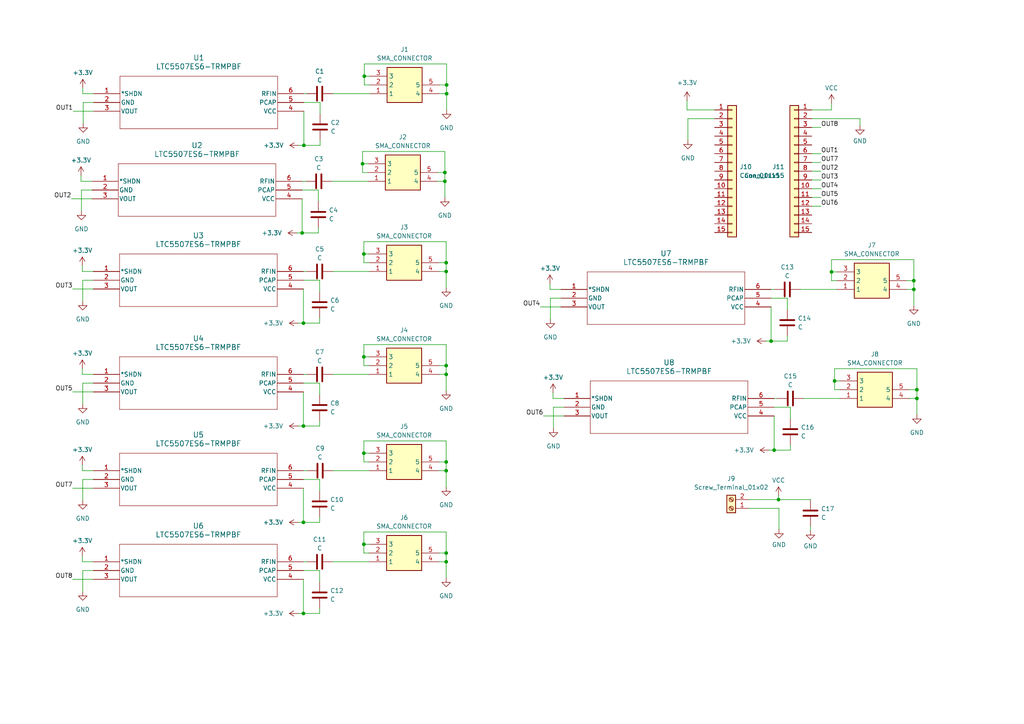
<source format=kicad_sch>
(kicad_sch (version 20230121) (generator eeschema)
  (paper "A4")
  (lib_symbols
    (symbol "BU-SMA-G:SMA_CONNECTOR"
      (property "Reference" "J" (at 16.51 7.62 0))
      (property "Value" "SMA_CONNECTOR" (at 16.51 5.08 0))
      (symbol "SMA_CONNECTOR_1_1"
        (rectangle (start 5.08 2.54) (end 15.24 -7.62) (stroke (width 0.254)) (fill (type background)))
        (pin passive line (at 0 0 0) (length 5.08) (name "1") (number "1"))
        (pin passive line (at 0 -2.54 0) (length 5.08) (name "2") (number "2"))
        (pin passive line (at 0 -5.08 0) (length 5.08) (name "3") (number "3"))
        (pin passive line (at 20.32 0 180) (length 5.08) (name "4") (number "4"))
        (pin passive line (at 20.32 -2.54 180) (length 5.08) (name "5") (number "5"))
      )
    )
    (symbol "Connector:Screw_Terminal_01x02" (pin_names (offset 1.016) hide)
      (property "Reference" "J" (at 0 2.54 0))
      (property "Value" "Screw_Terminal_01x02" (at 0 -5.08 0))
      (symbol "Screw_Terminal_01x02_1_1"
        (rectangle (start -1.27 1.27) (end 1.27 -3.81) (stroke (width 0.254)) (fill (type background)))
        (circle (center 0 -2.54) (radius 0.635) (stroke (width 0.1524)))
        (polyline (pts (xy -0.5334 -2.2098) (xy 0.3302 -3.048)) (stroke (width 0.1524)))
        (polyline (pts (xy -0.5334 0.3302) (xy 0.3302 -0.508)) (stroke (width 0.1524)))
        (polyline (pts (xy -0.3556 -2.032) (xy 0.508 -2.8702)) (stroke (width 0.1524)))
        (polyline (pts (xy -0.3556 0.508) (xy 0.508 -0.3302)) (stroke (width 0.1524)))
        (circle (center 0 0) (radius 0.635) (stroke (width 0.1524)))
        (pin passive line (at -5.08 0 0) (length 3.81) (name "Pin_1") (number "1"))
        (pin passive line (at -5.08 -2.54 0) (length 3.81) (name "Pin_2") (number "2"))
      )
    )
    (symbol "Connector_Generic:Conn_01x15" (pin_names (offset 1.016) hide)
      (property "Reference" "J" (at 0 20.32 0))
      (property "Value" "Conn_01x15" (at 0 -20.32 0))
      (symbol "Conn_01x15_1_1"
        (rectangle (start -1.27 -17.653) (end 0 -17.907) (stroke (width 0.1524)))
        (rectangle (start -1.27 -15.113) (end 0 -15.367) (stroke (width 0.1524)))
        (rectangle (start -1.27 -12.573) (end 0 -12.827) (stroke (width 0.1524)))
        (rectangle (start -1.27 -10.033) (end 0 -10.287) (stroke (width 0.1524)))
        (rectangle (start -1.27 -7.493) (end 0 -7.747) (stroke (width 0.1524)))
        (rectangle (start -1.27 -4.953) (end 0 -5.207) (stroke (width 0.1524)))
        (rectangle (start -1.27 -2.413) (end 0 -2.667) (stroke (width 0.1524)))
        (rectangle (start -1.27 0.127) (end 0 -0.127) (stroke (width 0.1524)))
        (rectangle (start -1.27 2.667) (end 0 2.413) (stroke (width 0.1524)))
        (rectangle (start -1.27 5.207) (end 0 4.953) (stroke (width 0.1524)))
        (rectangle (start -1.27 7.747) (end 0 7.493) (stroke (width 0.1524)))
        (rectangle (start -1.27 10.287) (end 0 10.033) (stroke (width 0.1524)))
        (rectangle (start -1.27 12.827) (end 0 12.573) (stroke (width 0.1524)))
        (rectangle (start -1.27 15.367) (end 0 15.113) (stroke (width 0.1524)))
        (rectangle (start -1.27 17.907) (end 0 17.653) (stroke (width 0.1524)))
        (rectangle (start -1.27 19.05) (end 1.27 -19.05) (stroke (width 0.254)) (fill (type background)))
        (pin passive line (at -5.08 17.78 0) (length 3.81) (name "Pin_1") (number "1"))
        (pin passive line (at -5.08 -5.08 0) (length 3.81) (name "Pin_10") (number "10"))
        (pin passive line (at -5.08 -7.62 0) (length 3.81) (name "Pin_11") (number "11"))
        (pin passive line (at -5.08 -10.16 0) (length 3.81) (name "Pin_12") (number "12"))
        (pin passive line (at -5.08 -12.7 0) (length 3.81) (name "Pin_13") (number "13"))
        (pin passive line (at -5.08 -15.24 0) (length 3.81) (name "Pin_14") (number "14"))
        (pin passive line (at -5.08 -17.78 0) (length 3.81) (name "Pin_15") (number "15"))
        (pin passive line (at -5.08 15.24 0) (length 3.81) (name "Pin_2") (number "2"))
        (pin passive line (at -5.08 12.7 0) (length 3.81) (name "Pin_3") (number "3"))
        (pin passive line (at -5.08 10.16 0) (length 3.81) (name "Pin_4") (number "4"))
        (pin passive line (at -5.08 7.62 0) (length 3.81) (name "Pin_5") (number "5"))
        (pin passive line (at -5.08 5.08 0) (length 3.81) (name "Pin_6") (number "6"))
        (pin passive line (at -5.08 2.54 0) (length 3.81) (name "Pin_7") (number "7"))
        (pin passive line (at -5.08 0 0) (length 3.81) (name "Pin_8") (number "8"))
        (pin passive line (at -5.08 -2.54 0) (length 3.81) (name "Pin_9") (number "9"))
      )
    )
    (symbol "Device:C" (pin_numbers hide) (pin_names (offset 0.254))
      (property "Reference" "C" (at 0.635 2.54 0))
      (property "Value" "C" (at 0.635 -2.54 0))
      (symbol "C_0_1"
        (polyline (pts (xy -2.032 -0.762) (xy 2.032 -0.762)) (stroke (width 0.508)))
        (polyline (pts (xy -2.032 0.762) (xy 2.032 0.762)) (stroke (width 0.508)))
      )
      (symbol "C_1_1"
        (pin passive line (at 0 3.81 270) (length 2.794) (name "~") (number "1"))
        (pin passive line (at 0 -3.81 90) (length 2.794) (name "~") (number "2"))
      )
    )
    (symbol "LTC557ES6TRMPBF:LTC5507ES6-TRMPBF" (pin_names (offset 0.254))
      (property "Reference" "U" (at 30.48 10.16 0))
      (property "Value" "LTC5507ES6-TRMPBF" (at 30.48 7.62 0))
      (symbol "LTC5507ES6-TRMPBF_0_1"
        (polyline (pts (xy 7.62 -10.16) (xy 53.34 -10.16)) (stroke (width 0.127)))
        (polyline (pts (xy 7.62 5.08) (xy 7.62 -10.16)) (stroke (width 0.127)))
        (polyline (pts (xy 53.34 -10.16) (xy 53.34 5.08)) (stroke (width 0.127)))
        (polyline (pts (xy 53.34 5.08) (xy 7.62 5.08)) (stroke (width 0.127)))
        (pin unspecified line (at 0 0 0) (length 7.62) (name "*SHDN") (number "1"))
        (pin power_in line (at 0 -2.54 0) (length 7.62) (name "GND") (number "2"))
        (pin output line (at 0 -5.08 0) (length 7.62) (name "VOUT") (number "3"))
        (pin power_in line (at 60.96 -5.08 180) (length 7.62) (name "VCC") (number "4"))
        (pin unspecified line (at 60.96 -2.54 180) (length 7.62) (name "PCAP") (number "5"))
        (pin input line (at 60.96 0 180) (length 7.62) (name "RFIN") (number "6"))
      )
    )
    (symbol "power:+3.3V" (power) (pin_names (offset 0))
      (property "Value" "+3.3V" (at 0 3.556 0))
      (symbol "+3.3V_0_1"
        (polyline (pts (xy -0.762 1.27) (xy 0 2.54)))
        (polyline (pts (xy 0 0) (xy 0 2.54)))
        (polyline (pts (xy 0 2.54) (xy 0.762 1.27)))
      )
      (symbol "+3.3V_1_1"
        (pin power_in line (at 0 0 90) (length 0) hide (name "+3.3V") (number "1"))
      )
    )
    (symbol "power:GND" (power) (pin_names (offset 0))
      (property "Value" "GND" (at 0 -3.81 0))
      (symbol "GND_0_1"
        (polyline (pts (xy 0 0) (xy 0 -1.27) (xy 1.27 -1.27) (xy 0 -2.54) (xy -1.27 -1.27) (xy 0 -1.27)))
      )
      (symbol "GND_1_1"
        (pin power_in line (at 0 0 270) (length 0) hide (name "GND") (number "1"))
      )
    )
    (symbol "power:VCC" (power) (pin_names (offset 0))
      (property "Value" "VCC" (at 0 3.81 0))
      (symbol "VCC_0_1"
        (polyline (pts (xy -0.762 1.27) (xy 0 2.54)))
        (polyline (pts (xy 0 0) (xy 0 2.54)))
        (polyline (pts (xy 0 2.54) (xy 0.762 1.27)))
      )
      (symbol "VCC_1_1"
        (pin power_in line (at 0 0 90) (length 0) hide (name "VCC") (number "1"))
      )
    )
  )
  (junction (at 265.049 81.407))
  (junction (at 105.156 47.498))
  (junction (at 88.011 93.726))
  (junction (at 88.011 151.511))
  (junction (at 105.537 157.861))
  (junction (at 223.647 98.933))
  (junction (at 129.413 108.585))
  (junction (at 265.938 113.03))
  (junction (at 105.537 73.66))
  (junction (at 129.54 24.638))
  (junction (at 105.537 103.505))
  (junction (at 88.011 177.927))
  (junction (at 242.062 110.49))
  (junction (at 129.032 52.578))
  (junction (at 129.413 76.2))
  (junction (at 105.537 131.445))
  (junction (at 241.173 78.867))
  (junction (at 129.032 50.038))
  (junction (at 87.63 67.564))
  (junction (at 129.413 136.525))
  (junction (at 129.413 160.401))
  (junction (at 265.049 83.947))
  (junction (at 129.413 106.045))
  (junction (at 129.413 133.985))
  (junction (at 88.011 123.571))
  (junction (at 129.413 162.941))
  (junction (at 88.138 42.164))
  (junction (at 129.413 78.74))
  (junction (at 225.806 144.907))
  (junction (at 129.54 27.178))
  (junction (at 105.664 22.098))
  (junction (at 224.536 130.556))
  (junction (at 265.938 115.57))
  (wire (pts (xy 24.003 145.161) (xy 24.003 139.065)))
  (wire (pts (xy 207.264 31.877) (xy 199.263 31.877)))
  (wire (pts (xy 24.003 117.221) (xy 24.003 111.125)))
  (wire (pts (xy 92.71 165.481) (xy 88.011 165.481)))
  (wire (pts (xy 129.413 106.045) (xy 129.413 108.585)))
  (wire (pts (xy 235.458 49.657) (xy 238.125 49.657)))
  (wire (pts (xy 199.263 31.877) (xy 199.263 29.21)))
  (wire (pts (xy 92.71 111.125) (xy 88.011 111.125)))
  (wire (pts (xy 88.011 136.525) (xy 89.027 136.525)))
  (wire (pts (xy 105.537 133.985) (xy 107.061 133.985)))
  (wire (pts (xy 129.032 52.578) (xy 129.032 57.277)))
  (wire (pts (xy 105.537 154.305) (xy 129.413 154.305)))
  (wire (pts (xy 105.156 43.942) (xy 129.032 43.942)))
  (wire (pts (xy 129.413 70.104) (xy 129.413 76.2)))
  (wire (pts (xy 24.003 111.125) (xy 27.051 111.125)))
  (wire (pts (xy 232.156 83.947) (xy 242.697 83.947)))
  (wire (pts (xy 105.537 157.861) (xy 105.537 160.401)))
  (wire (pts (xy 27.051 136.525) (xy 23.876 136.525)))
  (wire (pts (xy 127.381 136.525) (xy 129.413 136.525)))
  (wire (pts (xy 241.173 31.877) (xy 241.173 29.972)))
  (wire (pts (xy 263.017 83.947) (xy 265.049 83.947)))
  (wire (pts (xy 23.622 61.214) (xy 23.622 55.118)))
  (wire (pts (xy 92.71 176.403) (xy 92.71 177.927)))
  (wire (pts (xy 106.68 47.498) (xy 105.156 47.498)))
  (wire (pts (xy 241.173 78.867) (xy 241.173 81.407)))
  (wire (pts (xy 92.837 40.64) (xy 92.837 42.164)))
  (wire (pts (xy 129.413 78.74) (xy 129.413 83.439)))
  (wire (pts (xy 105.664 18.542) (xy 129.54 18.542)))
  (wire (pts (xy 92.71 93.726) (xy 88.011 93.726)))
  (wire (pts (xy 107.061 157.861) (xy 105.537 157.861)))
  (wire (pts (xy 88.011 78.74) (xy 88.9 78.74)))
  (wire (pts (xy 235.458 31.877) (xy 241.173 31.877)))
  (wire (pts (xy 127.381 108.585) (xy 129.413 108.585)))
  (wire (pts (xy 129.413 162.941) (xy 129.413 167.64)))
  (wire (pts (xy 241.173 81.407) (xy 242.697 81.407)))
  (wire (pts (xy 92.71 81.28) (xy 88.011 81.28)))
  (wire (pts (xy 105.537 73.66) (xy 105.537 76.2)))
  (wire (pts (xy 92.837 42.164) (xy 88.138 42.164)))
  (wire (pts (xy 92.837 33.02) (xy 92.837 29.718)))
  (wire (pts (xy 23.876 78.74) (xy 23.876 77.089)))
  (wire (pts (xy 27.051 162.941) (xy 23.876 162.941)))
  (wire (pts (xy 86.487 177.927) (xy 88.011 177.927)))
  (wire (pts (xy 24.13 29.718) (xy 27.178 29.718)))
  (wire (pts (xy 87.63 52.578) (xy 88.646 52.578)))
  (wire (pts (xy 265.049 75.311) (xy 265.049 81.407)))
  (wire (pts (xy 228.346 89.789) (xy 228.346 86.487)))
  (wire (pts (xy 105.537 131.445) (xy 105.537 127.889)))
  (wire (pts (xy 242.062 113.03) (xy 243.586 113.03)))
  (wire (pts (xy 129.54 24.638) (xy 127.508 24.638)))
  (wire (pts (xy 88.011 151.511) (xy 88.011 141.605)))
  (wire (pts (xy 92.837 29.718) (xy 88.138 29.718)))
  (wire (pts (xy 24.13 35.814) (xy 24.13 29.718)))
  (wire (pts (xy 242.062 106.934) (xy 265.938 106.934)))
  (wire (pts (xy 96.52 108.585) (xy 107.061 108.585)))
  (wire (pts (xy 159.512 83.947) (xy 159.512 82.296)))
  (wire (pts (xy 88.011 123.571) (xy 88.011 113.665)))
  (wire (pts (xy 162.687 83.947) (xy 159.512 83.947)))
  (wire (pts (xy 241.173 75.311) (xy 265.049 75.311)))
  (wire (pts (xy 129.413 108.585) (xy 129.413 113.284)))
  (wire (pts (xy 92.71 151.511) (xy 88.011 151.511)))
  (wire (pts (xy 107.188 22.098) (xy 105.664 22.098)))
  (wire (pts (xy 92.71 84.582) (xy 92.71 81.28)))
  (wire (pts (xy 242.697 78.867) (xy 241.173 78.867)))
  (wire (pts (xy 224.536 130.556) (xy 224.536 120.65)))
  (wire (pts (xy 105.156 50.038) (xy 106.68 50.038)))
  (wire (pts (xy 129.54 24.638) (xy 129.54 27.178)))
  (wire (pts (xy 129.54 18.542) (xy 129.54 24.638)))
  (wire (pts (xy 20.701 57.658) (xy 26.67 57.658)))
  (wire (pts (xy 263.906 115.57) (xy 265.938 115.57)))
  (wire (pts (xy 86.487 123.571) (xy 88.011 123.571)))
  (wire (pts (xy 21.209 32.258) (xy 27.178 32.258)))
  (wire (pts (xy 160.528 118.11) (xy 163.576 118.11)))
  (wire (pts (xy 129.413 76.2) (xy 127.381 76.2)))
  (wire (pts (xy 129.413 136.525) (xy 129.413 141.224)))
  (wire (pts (xy 105.537 160.401) (xy 107.061 160.401)))
  (wire (pts (xy 129.413 160.401) (xy 127.381 160.401)))
  (wire (pts (xy 21.082 141.605) (xy 27.051 141.605)))
  (wire (pts (xy 157.607 120.65) (xy 163.576 120.65)))
  (wire (pts (xy 24.003 27.178) (xy 24.003 25.527)))
  (wire (pts (xy 129.413 76.2) (xy 129.413 78.74)))
  (wire (pts (xy 129.413 133.985) (xy 129.413 136.525)))
  (wire (pts (xy 105.537 103.505) (xy 105.537 106.045)))
  (wire (pts (xy 92.71 142.367) (xy 92.71 139.065)))
  (wire (pts (xy 105.537 103.505) (xy 105.537 99.949)))
  (wire (pts (xy 105.664 22.098) (xy 105.664 24.638)))
  (wire (pts (xy 86.487 93.726) (xy 88.011 93.726)))
  (wire (pts (xy 163.576 115.57) (xy 160.401 115.57)))
  (wire (pts (xy 105.537 73.66) (xy 105.537 70.104)))
  (wire (pts (xy 225.425 115.57) (xy 224.536 115.57)))
  (wire (pts (xy 235.077 145.034) (xy 235.077 144.907)))
  (wire (pts (xy 92.329 66.04) (xy 92.329 67.564)))
  (wire (pts (xy 129.413 127.889) (xy 129.413 133.985)))
  (wire (pts (xy 86.614 42.164) (xy 88.138 42.164)))
  (wire (pts (xy 96.266 52.578) (xy 106.68 52.578)))
  (wire (pts (xy 105.537 106.045) (xy 107.061 106.045)))
  (wire (pts (xy 105.537 76.2) (xy 107.061 76.2)))
  (wire (pts (xy 96.52 27.178) (xy 107.188 27.178)))
  (wire (pts (xy 92.329 67.564) (xy 87.63 67.564)))
  (wire (pts (xy 23.876 108.585) (xy 23.876 106.934)))
  (wire (pts (xy 265.049 81.407) (xy 265.049 83.947)))
  (wire (pts (xy 235.458 52.197) (xy 238.125 52.197)))
  (wire (pts (xy 265.938 113.03) (xy 265.938 115.57)))
  (wire (pts (xy 228.346 86.487) (xy 223.647 86.487)))
  (wire (pts (xy 107.061 103.505) (xy 105.537 103.505)))
  (wire (pts (xy 24.003 165.481) (xy 27.051 165.481)))
  (wire (pts (xy 249.428 36.449) (xy 249.428 34.417)))
  (wire (pts (xy 129.413 154.305) (xy 129.413 160.401)))
  (wire (pts (xy 265.049 83.947) (xy 265.049 88.646)))
  (wire (pts (xy 87.63 67.564) (xy 87.63 57.658)))
  (wire (pts (xy 23.876 136.525) (xy 23.876 134.874)))
  (wire (pts (xy 88.138 27.178) (xy 88.9 27.178)))
  (wire (pts (xy 223.012 130.556) (xy 224.536 130.556)))
  (wire (pts (xy 92.71 139.065) (xy 88.011 139.065)))
  (wire (pts (xy 225.806 144.907) (xy 217.17 144.907)))
  (wire (pts (xy 86.487 151.511) (xy 88.011 151.511)))
  (wire (pts (xy 107.061 131.445) (xy 105.537 131.445)))
  (wire (pts (xy 88.011 162.941) (xy 88.9 162.941)))
  (wire (pts (xy 105.156 47.498) (xy 105.156 43.942)))
  (wire (pts (xy 92.71 177.927) (xy 88.011 177.927)))
  (wire (pts (xy 127 52.578) (xy 129.032 52.578)))
  (wire (pts (xy 265.938 113.03) (xy 263.906 113.03)))
  (wire (pts (xy 105.537 157.861) (xy 105.537 154.305)))
  (wire (pts (xy 92.71 114.427) (xy 92.71 111.125)))
  (wire (pts (xy 233.045 115.57) (xy 243.586 115.57)))
  (wire (pts (xy 243.586 110.49) (xy 242.062 110.49)))
  (wire (pts (xy 24.003 171.577) (xy 24.003 165.481)))
  (wire (pts (xy 86.106 67.564) (xy 87.63 67.564)))
  (wire (pts (xy 242.062 110.49) (xy 242.062 106.934)))
  (wire (pts (xy 88.138 42.164) (xy 88.138 32.258)))
  (wire (pts (xy 27.178 27.178) (xy 24.003 27.178)))
  (wire (pts (xy 235.458 47.117) (xy 238.125 47.117)))
  (wire (pts (xy 160.528 124.206) (xy 160.528 118.11)))
  (wire (pts (xy 26.67 52.578) (xy 23.495 52.578)))
  (wire (pts (xy 222.123 98.933) (xy 223.647 98.933)))
  (wire (pts (xy 23.876 162.941) (xy 23.876 161.29)))
  (wire (pts (xy 24.003 87.376) (xy 24.003 81.28)))
  (wire (pts (xy 88.011 108.585) (xy 88.9 108.585)))
  (wire (pts (xy 127.381 162.941) (xy 129.413 162.941)))
  (wire (pts (xy 105.537 131.445) (xy 105.537 133.985)))
  (wire (pts (xy 225.933 147.447) (xy 225.933 153.543)))
  (wire (pts (xy 105.537 99.949) (xy 129.413 99.949)))
  (wire (pts (xy 249.428 34.417) (xy 235.458 34.417)))
  (wire (pts (xy 92.71 92.202) (xy 92.71 93.726)))
  (wire (pts (xy 96.52 78.74) (xy 107.061 78.74)))
  (wire (pts (xy 24.003 81.28) (xy 27.051 81.28)))
  (wire (pts (xy 129.413 99.949) (xy 129.413 106.045)))
  (wire (pts (xy 21.082 168.021) (xy 27.051 168.021)))
  (wire (pts (xy 242.062 110.49) (xy 242.062 113.03)))
  (wire (pts (xy 265.938 115.57) (xy 265.938 120.269)))
  (wire (pts (xy 88.011 93.726) (xy 88.011 83.82)))
  (wire (pts (xy 241.173 78.867) (xy 241.173 75.311)))
  (wire (pts (xy 105.156 47.498) (xy 105.156 50.038)))
  (wire (pts (xy 129.032 50.038) (xy 129.032 52.578)))
  (wire (pts (xy 129.413 106.045) (xy 127.381 106.045)))
  (wire (pts (xy 223.647 83.947) (xy 224.536 83.947)))
  (wire (pts (xy 105.537 127.889) (xy 129.413 127.889)))
  (wire (pts (xy 235.458 57.277) (xy 238.125 57.277)))
  (wire (pts (xy 24.003 139.065) (xy 27.051 139.065)))
  (wire (pts (xy 21.082 83.82) (xy 27.051 83.82)))
  (wire (pts (xy 23.495 52.578) (xy 23.495 50.927)))
  (wire (pts (xy 160.401 115.57) (xy 160.401 113.919)))
  (wire (pts (xy 265.938 106.934) (xy 265.938 113.03)))
  (wire (pts (xy 217.17 147.447) (xy 225.933 147.447)))
  (wire (pts (xy 235.077 144.907) (xy 225.806 144.907)))
  (wire (pts (xy 96.52 162.941) (xy 107.061 162.941)))
  (wire (pts (xy 129.032 50.038) (xy 127 50.038)))
  (wire (pts (xy 129.413 133.985) (xy 127.381 133.985)))
  (wire (pts (xy 21.082 113.665) (xy 27.051 113.665)))
  (wire (pts (xy 105.664 24.638) (xy 107.188 24.638)))
  (wire (pts (xy 235.077 152.654) (xy 235.077 153.924)))
  (wire (pts (xy 207.264 34.417) (xy 199.517 34.417)))
  (wire (pts (xy 96.647 136.525) (xy 107.061 136.525)))
  (wire (pts (xy 92.71 168.783) (xy 92.71 165.481)))
  (wire (pts (xy 127.381 78.74) (xy 129.413 78.74)))
  (wire (pts (xy 199.517 34.417) (xy 199.517 40.64)))
  (wire (pts (xy 228.346 98.933) (xy 223.647 98.933)))
  (wire (pts (xy 235.458 44.577) (xy 238.125 44.577)))
  (wire (pts (xy 229.235 130.556) (xy 224.536 130.556)))
  (wire (pts (xy 129.413 160.401) (xy 129.413 162.941)))
  (wire (pts (xy 159.639 92.583) (xy 159.639 86.487)))
  (wire (pts (xy 92.71 149.987) (xy 92.71 151.511)))
  (wire (pts (xy 229.235 118.11) (xy 224.536 118.11)))
  (wire (pts (xy 159.639 86.487) (xy 162.687 86.487)))
  (wire (pts (xy 105.537 70.104) (xy 129.413 70.104)))
  (wire (pts (xy 229.235 129.032) (xy 229.235 130.556)))
  (wire (pts (xy 92.329 58.42) (xy 92.329 55.118)))
  (wire (pts (xy 23.622 55.118) (xy 26.67 55.118)))
  (wire (pts (xy 235.458 36.957) (xy 238.125 36.957)))
  (wire (pts (xy 229.235 121.412) (xy 229.235 118.11)))
  (wire (pts (xy 235.458 59.817) (xy 238.125 59.817)))
  (wire (pts (xy 129.032 43.942) (xy 129.032 50.038)))
  (wire (pts (xy 228.346 97.409) (xy 228.346 98.933)))
  (wire (pts (xy 105.664 22.098) (xy 105.664 18.542)))
  (wire (pts (xy 92.329 55.118) (xy 87.63 55.118)))
  (wire (pts (xy 156.718 89.027) (xy 162.687 89.027)))
  (wire (pts (xy 127.508 27.178) (xy 129.54 27.178)))
  (wire (pts (xy 129.54 27.178) (xy 129.54 31.877)))
  (wire (pts (xy 27.051 78.74) (xy 23.876 78.74)))
  (wire (pts (xy 225.806 143.764) (xy 225.806 144.907)))
  (wire (pts (xy 92.71 123.571) (xy 88.011 123.571)))
  (wire (pts (xy 223.647 98.933) (xy 223.647 89.027)))
  (wire (pts (xy 92.71 122.047) (xy 92.71 123.571)))
  (wire (pts (xy 265.049 81.407) (xy 263.017 81.407)))
  (wire (pts (xy 88.011 177.927) (xy 88.011 168.021)))
  (wire (pts (xy 107.061 73.66) (xy 105.537 73.66)))
  (wire (pts (xy 235.458 54.737) (xy 238.125 54.737)))
  (wire (pts (xy 27.051 108.585) (xy 23.876 108.585)))
  (label "OUT7" (at 21.082 141.605 180))
  (label "OUT1" (at 21.209 32.258 180))
  (label "OUT6" (at 157.607 120.65 180))
  (label "OUT4" (at 238.125 54.737 0))
  (label "OUT5" (at 21.082 113.665 180))
  (label "OUT4" (at 156.718 89.027 180))
  (label "OUT6" (at 238.125 59.817 0))
  (label "OUT3" (at 21.082 83.82 180))
  (label "OUT2" (at 20.701 57.658 180))
  (label "OUT8" (at 238.125 36.957 0))
  (label "OUT3" (at 238.125 52.197 0))
  (label "OUT5" (at 238.125 57.277 0))
  (label "OUT7" (at 238.125 47.117 0))
  (label "OUT2" (at 238.125 49.657 0))
  (label "OUT8" (at 21.082 168.021 180))
  (label "OUT1" (at 238.125 44.577 0))
  (symbol (lib_id "power:GND") (at 24.13 35.814 0) (unit 1)
    (property "Reference" "#PWR03" (effects hide))
    (property "Value" "GND" (at 24.13 41.021 0))
  )
  (symbol (lib_id "power:GND") (at 159.639 92.583 0) (unit 1)
    (property "Reference" "#PWR027" (effects hide))
    (property "Value" "GND" (at 159.639 97.79 0))
  )
  (symbol (lib_id "LTC557ES6TRMPBF:LTC5507ES6-TRMPBF") (at 27.051 136.525 0) (unit 1)
    (property "Reference" "U5" (at 57.531 126.111 0) (effects (font (size 1.524 1.524))))
    (property "Value" "LTC5507ES6-TRMPBF" (at 57.531 128.651 0) (effects (font (size 1.524 1.524))))
    (property "Footprint" "LTC557ES6TRMPBF:SOT-6_S_LIT" (effects hide))
    (property "Datasheet" "LTC5507ES6-TRMPBF" (effects hide))
  )
  (symbol (lib_id "power:+3.3V") (at 86.487 177.927 90) (unit 1)
    (property "Reference" "#PWR024" (effects hide))
    (property "Value" "+3.3V" (at 82.169 177.927 90) (effects (justify left)))
  )
  (symbol (lib_id "power:+3.3V") (at 86.614 42.164 90) (unit 1)
    (property "Reference" "#PWR04" (effects hide))
    (property "Value" "+3.3V" (at 82.296 42.164 90) (effects (justify left)))
  )
  (symbol (lib_id "power:+3.3V") (at 223.012 130.556 90) (unit 1)
    (property "Reference" "#PWR032" (effects hide))
    (property "Value" "+3.3V" (at 218.694 130.556 90) (effects (justify left)))
  )
  (symbol (lib_id "power:GND") (at 129.54 31.877 0) (unit 1)
    (property "Reference" "#PWR02" (effects hide))
    (property "Value" "GND" (at 129.54 37.084 0))
  )
  (symbol (lib_id "Device:C") (at 92.329 62.23 0) (unit 1)
    (property "Reference" "C4" (at 95.377 60.96 0) (effects (justify left)))
    (property "Value" "C" (at 95.377 63.5 0) (effects (justify left)))
    (property "Footprint" "Capacitor_SMD:C_0805_2012Metric" (effects hide))
  )
  (symbol (lib_id "LTC557ES6TRMPBF:LTC5507ES6-TRMPBF") (at 27.051 78.74 0) (unit 1)
    (property "Reference" "U3" (at 57.531 68.326 0) (effects (font (size 1.524 1.524))))
    (property "Value" "LTC5507ES6-TRMPBF" (at 57.531 70.866 0) (effects (font (size 1.524 1.524))))
    (property "Footprint" "LTC557ES6TRMPBF:SOT-6_S_LIT" (effects hide))
    (property "Datasheet" "LTC5507ES6-TRMPBF" (effects hide))
  )
  (symbol (lib_id "power:+3.3V") (at 222.123 98.933 90) (unit 1)
    (property "Reference" "#PWR028" (effects hide))
    (property "Value" "+3.3V" (at 217.805 98.933 90) (effects (justify left)))
  )
  (symbol (lib_id "power:+3.3V") (at 86.487 93.726 90) (unit 1)
    (property "Reference" "#PWR012" (effects hide))
    (property "Value" "+3.3V" (at 82.169 93.726 90) (effects (justify left)))
  )
  (symbol (lib_id "power:+3.3V") (at 199.263 29.21 0) (unit 1)
    (property "Reference" "#PWR036" (effects hide))
    (property "Value" "+3.3V" (at 199.263 24.003 0))
  )
  (symbol (lib_id "Device:C") (at 228.346 93.599 0) (unit 1)
    (property "Reference" "C14" (at 231.394 92.329 0) (effects (justify left)))
    (property "Value" "C" (at 231.394 94.869 0) (effects (justify left)))
    (property "Footprint" "Capacitor_SMD:C_0805_2012Metric" (effects hide))
  )
  (symbol (lib_id "Device:C") (at 229.235 125.222 0) (unit 1)
    (property "Reference" "C16" (at 232.283 123.952 0) (effects (justify left)))
    (property "Value" "C" (at 232.283 126.492 0) (effects (justify left)))
    (property "Footprint" "Capacitor_SMD:C_0805_2012Metric" (effects hide))
  )
  (symbol (lib_id "LTC557ES6TRMPBF:LTC5507ES6-TRMPBF") (at 27.051 162.941 0) (unit 1)
    (property "Reference" "U6" (at 57.531 152.527 0) (effects (font (size 1.524 1.524))))
    (property "Value" "LTC5507ES6-TRMPBF" (at 57.531 155.067 0) (effects (font (size 1.524 1.524))))
    (property "Footprint" "LTC557ES6TRMPBF:SOT-6_S_LIT" (effects hide))
    (property "Datasheet" "LTC5507ES6-TRMPBF" (effects hide))
  )
  (symbol (lib_id "Device:C") (at 92.71 146.177 0) (unit 1)
    (property "Reference" "C10" (at 95.758 144.907 0) (effects (justify left)))
    (property "Value" "C" (at 95.758 147.447 0) (effects (justify left)))
    (property "Footprint" "Capacitor_SMD:C_0805_2012Metric" (effects hide))
  )
  (symbol (lib_id "power:+3.3V") (at 86.106 67.564 90) (unit 1)
    (property "Reference" "#PWR08" (effects hide))
    (property "Value" "+3.3V" (at 81.788 67.564 90) (effects (justify left)))
  )
  (symbol (lib_id "BU-SMA-G:SMA_CONNECTOR") (at 107.061 108.585 0) (mirror x) (unit 1)
    (property "Reference" "J4" (at 117.221 95.758 0))
    (property "Value" "SMA_CONNECTOR" (at 117.221 98.298 0))
    (property "Footprint" "BU-SMA-G:SMACONNECTOR" (effects hide))
    (property "Datasheet" "https://lprs.co.uk/assets/files/downloads/smaconnector-datasheet-v1.3.pdf" (effects hide))
    (property "Height" "8.3" (effects hide))
    (property "Mouser Part Number" "471-SMACONNECTOR" (effects hide))
    (property "Mouser Price/Stock" "https://www.mouser.co.uk/ProductDetail/LPRS/SMA-CONNECTOR?qs=j%252B1pi9TdxUYkOiITvzJM8A%3D%3D" (effects hide))
    (property "Manufacturer_Name" "LPRS" (effects hide))
    (property "Manufacturer_Part_Number" "SMA CONNECTOR" (effects hide))
  )
  (symbol (lib_id "power:GND") (at 24.003 87.376 0) (unit 1)
    (property "Reference" "#PWR011" (effects hide))
    (property "Value" "GND" (at 24.003 92.583 0))
  )
  (symbol (lib_id "Connector_Generic:Conn_01x15") (at 212.344 49.657 0) (unit 1)
    (property "Reference" "J10" (at 214.503 48.387 0) (effects (justify left)))
    (property "Value" "Conn_01x15" (at 214.503 50.927 0) (effects (justify left)))
    (property "Footprint" "Connector_PinSocket_2.54mm:PinSocket_1x15_P2.54mm_Vertical" (effects hide))
  )
  (symbol (lib_id "power:+3.3V") (at 23.876 77.089 0) (unit 1)
    (property "Reference" "#PWR09" (effects hide))
    (property "Value" "+3.3V" (at 23.876 72.644 0))
  )
  (symbol (lib_id "Connector_Generic:Conn_01x15") (at 230.378 49.657 0) (mirror y) (unit 1)
    (property "Reference" "J11" (at 227.584 48.387 0) (effects (justify left)))
    (property "Value" "Conn_01x15" (at 227.584 50.927 0) (effects (justify left)))
    (property "Footprint" "Connector_PinSocket_2.54mm:PinSocket_1x15_P2.54mm_Vertical" (effects hide))
  )
  (symbol (lib_id "power:GND") (at 129.413 83.439 0) (unit 1)
    (property "Reference" "#PWR010" (effects hide))
    (property "Value" "GND" (at 129.413 88.646 0))
  )
  (symbol (lib_id "power:VCC") (at 225.806 143.764 0) (unit 1)
    (property "Reference" "#PWR033" (effects hide))
    (property "Value" "VCC" (at 225.806 139.319 0))
  )
  (symbol (lib_id "Device:C") (at 92.71 78.74 90) (unit 1)
    (property "Reference" "C5" (at 92.71 72.263 90))
    (property "Value" "C" (at 92.71 74.803 90))
    (property "Footprint" "Capacitor_SMD:C_0805_2012Metric" (effects hide))
  )
  (symbol (lib_id "power:GND") (at 129.413 141.224 0) (unit 1)
    (property "Reference" "#PWR018" (effects hide))
    (property "Value" "GND" (at 129.413 146.431 0))
  )
  (symbol (lib_id "LTC557ES6TRMPBF:LTC5507ES6-TRMPBF") (at 163.576 115.57 0) (unit 1)
    (property "Reference" "U8" (at 194.056 105.156 0) (effects (font (size 1.524 1.524))))
    (property "Value" "LTC5507ES6-TRMPBF" (at 194.056 107.696 0) (effects (font (size 1.524 1.524))))
    (property "Footprint" "LTC557ES6TRMPBF:SOT-6_S_LIT" (effects hide))
    (property "Datasheet" "LTC5507ES6-TRMPBF" (effects hide))
  )
  (symbol (lib_id "Device:C") (at 92.71 27.178 90) (unit 1)
    (property "Reference" "C1" (at 92.71 20.701 90))
    (property "Value" "C" (at 92.71 23.241 90))
    (property "Footprint" "Capacitor_SMD:C_0805_2012Metric" (effects hide))
  )
  (symbol (lib_id "power:GND") (at 265.938 120.269 0) (unit 1)
    (property "Reference" "#PWR030" (effects hide))
    (property "Value" "GND" (at 265.938 125.476 0))
  )
  (symbol (lib_id "BU-SMA-G:SMA_CONNECTOR") (at 106.68 52.578 0) (mirror x) (unit 1)
    (property "Reference" "J2" (at 116.84 39.751 0))
    (property "Value" "SMA_CONNECTOR" (at 116.84 42.291 0))
    (property "Footprint" "BU-SMA-G:SMACONNECTOR" (effects hide))
    (property "Datasheet" "https://lprs.co.uk/assets/files/downloads/smaconnector-datasheet-v1.3.pdf" (effects hide))
    (property "Height" "8.3" (effects hide))
    (property "Mouser Part Number" "471-SMACONNECTOR" (effects hide))
    (property "Mouser Price/Stock" "https://www.mouser.co.uk/ProductDetail/LPRS/SMA-CONNECTOR?qs=j%252B1pi9TdxUYkOiITvzJM8A%3D%3D" (effects hide))
    (property "Manufacturer_Name" "LPRS" (effects hide))
    (property "Manufacturer_Part_Number" "SMA CONNECTOR" (effects hide))
  )
  (symbol (lib_id "Device:C") (at 92.837 36.83 0) (unit 1)
    (property "Reference" "C2" (at 95.885 35.56 0) (effects (justify left)))
    (property "Value" "C" (at 95.885 38.1 0) (effects (justify left)))
    (property "Footprint" "Capacitor_SMD:C_0805_2012Metric" (effects hide))
  )
  (symbol (lib_id "power:+3.3V") (at 86.487 123.571 90) (unit 1)
    (property "Reference" "#PWR016" (effects hide))
    (property "Value" "+3.3V" (at 82.169 123.571 90) (effects (justify left)))
  )
  (symbol (lib_id "power:GND") (at 199.517 40.64 0) (unit 1)
    (property "Reference" "#PWR039" (effects hide))
    (property "Value" "GND" (at 199.517 45.847 0))
  )
  (symbol (lib_id "power:+3.3V") (at 23.876 134.874 0) (unit 1)
    (property "Reference" "#PWR017" (effects hide))
    (property "Value" "+3.3V" (at 23.876 130.429 0))
  )
  (symbol (lib_id "Device:C") (at 92.71 118.237 0) (unit 1)
    (property "Reference" "C8" (at 95.758 116.967 0) (effects (justify left)))
    (property "Value" "C" (at 95.758 119.507 0) (effects (justify left)))
    (property "Footprint" "Capacitor_SMD:C_0805_2012Metric" (effects hide))
  )
  (symbol (lib_id "power:GND") (at 129.413 113.284 0) (unit 1)
    (property "Reference" "#PWR014" (effects hide))
    (property "Value" "GND" (at 129.413 118.491 0))
  )
  (symbol (lib_id "power:GND") (at 225.933 153.543 0) (unit 1)
    (property "Reference" "#PWR034" (effects hide))
    (property "Value" "GND" (at 225.933 157.988 0))
  )
  (symbol (lib_id "power:GND") (at 24.003 171.577 0) (unit 1)
    (property "Reference" "#PWR023" (effects hide))
    (property "Value" "GND" (at 24.003 176.784 0))
  )
  (symbol (lib_id "Device:C") (at 92.456 52.578 90) (unit 1)
    (property "Reference" "C3" (at 92.456 46.101 90))
    (property "Value" "C" (at 92.456 48.641 90))
    (property "Footprint" "Capacitor_SMD:C_0805_2012Metric" (effects hide))
  )
  (symbol (lib_id "LTC557ES6TRMPBF:LTC5507ES6-TRMPBF") (at 162.687 83.947 0) (unit 1)
    (property "Reference" "U7" (at 193.167 73.533 0) (effects (font (size 1.524 1.524))))
    (property "Value" "LTC5507ES6-TRMPBF" (at 193.167 76.073 0) (effects (font (size 1.524 1.524))))
    (property "Footprint" "LTC557ES6TRMPBF:SOT-6_S_LIT" (effects hide))
    (property "Datasheet" "LTC5507ES6-TRMPBF" (effects hide))
  )
  (symbol (lib_id "power:GND") (at 265.049 88.646 0) (unit 1)
    (property "Reference" "#PWR026" (effects hide))
    (property "Value" "GND" (at 265.049 93.853 0))
  )
  (symbol (lib_id "BU-SMA-G:SMA_CONNECTOR") (at 107.061 162.941 0) (mirror x) (unit 1)
    (property "Reference" "J6" (at 117.221 150.114 0))
    (property "Value" "SMA_CONNECTOR" (at 117.221 152.654 0))
    (property "Footprint" "BU-SMA-G:SMACONNECTOR" (effects hide))
    (property "Datasheet" "https://lprs.co.uk/assets/files/downloads/smaconnector-datasheet-v1.3.pdf" (effects hide))
    (property "Height" "8.3" (effects hide))
    (property "Mouser Part Number" "471-SMACONNECTOR" (effects hide))
    (property "Mouser Price/Stock" "https://www.mouser.co.uk/ProductDetail/LPRS/SMA-CONNECTOR?qs=j%252B1pi9TdxUYkOiITvzJM8A%3D%3D" (effects hide))
    (property "Manufacturer_Name" "LPRS" (effects hide))
    (property "Manufacturer_Part_Number" "SMA CONNECTOR" (effects hide))
  )
  (symbol (lib_id "Device:C") (at 92.71 88.392 0) (unit 1)
    (property "Reference" "C6" (at 95.758 87.122 0) (effects (justify left)))
    (property "Value" "C" (at 95.758 89.662 0) (effects (justify left)))
    (property "Footprint" "Capacitor_SMD:C_0805_2012Metric" (effects hide))
  )
  (symbol (lib_id "power:+3.3V") (at 160.401 113.919 0) (unit 1)
    (property "Reference" "#PWR029" (effects hide))
    (property "Value" "+3.3V" (at 160.401 109.474 0))
  )
  (symbol (lib_id "LTC557ES6TRMPBF:LTC5507ES6-TRMPBF") (at 27.051 108.585 0) (unit 1)
    (property "Reference" "U4" (at 57.531 98.171 0) (effects (font (size 1.524 1.524))))
    (property "Value" "LTC5507ES6-TRMPBF" (at 57.531 100.711 0) (effects (font (size 1.524 1.524))))
    (property "Footprint" "LTC557ES6TRMPBF:SOT-6_S_LIT" (effects hide))
    (property "Datasheet" "LTC5507ES6-TRMPBF" (effects hide))
  )
  (symbol (lib_id "BU-SMA-G:SMA_CONNECTOR") (at 243.586 115.57 0) (mirror x) (unit 1)
    (property "Reference" "J8" (at 253.746 102.743 0))
    (property "Value" "SMA_CONNECTOR" (at 253.746 105.283 0))
    (property "Footprint" "BU-SMA-G:SMACONNECTOR" (effects hide))
    (property "Datasheet" "https://lprs.co.uk/assets/files/downloads/smaconnector-datasheet-v1.3.pdf" (effects hide))
    (property "Height" "8.3" (effects hide))
    (property "Mouser Part Number" "471-SMACONNECTOR" (effects hide))
    (property "Mouser Price/Stock" "https://www.mouser.co.uk/ProductDetail/LPRS/SMA-CONNECTOR?qs=j%252B1pi9TdxUYkOiITvzJM8A%3D%3D" (effects hide))
    (property "Manufacturer_Name" "LPRS" (effects hide))
    (property "Manufacturer_Part_Number" "SMA CONNECTOR" (effects hide))
  )
  (symbol (lib_id "Device:C") (at 92.71 172.593 0) (unit 1)
    (property "Reference" "C12" (at 95.758 171.323 0) (effects (justify left)))
    (property "Value" "C" (at 95.758 173.863 0) (effects (justify left)))
    (property "Footprint" "Capacitor_SMD:C_0805_2012Metric" (effects hide))
  )
  (symbol (lib_id "Device:C") (at 92.71 162.941 90) (unit 1)
    (property "Reference" "C11" (at 92.71 156.464 90))
    (property "Value" "C" (at 92.71 159.004 90))
    (property "Footprint" "Capacitor_SMD:C_0805_2012Metric" (effects hide))
  )
  (symbol (lib_id "BU-SMA-G:SMA_CONNECTOR") (at 107.188 27.178 0) (mirror x) (unit 1)
    (property "Reference" "J1" (at 117.348 14.351 0))
    (property "Value" "SMA_CONNECTOR" (at 117.348 16.891 0))
    (property "Footprint" "BU-SMA-G:SMACONNECTOR" (effects hide))
    (property "Datasheet" "https://lprs.co.uk/assets/files/downloads/smaconnector-datasheet-v1.3.pdf" (effects hide))
    (property "Height" "8.3" (effects hide))
    (property "Mouser Part Number" "471-SMACONNECTOR" (effects hide))
    (property "Mouser Price/Stock" "https://www.mouser.co.uk/ProductDetail/LPRS/SMA-CONNECTOR?qs=j%252B1pi9TdxUYkOiITvzJM8A%3D%3D" (effects hide))
    (property "Manufacturer_Name" "LPRS" (effects hide))
    (property "Manufacturer_Part_Number" "SMA CONNECTOR" (effects hide))
  )
  (symbol (lib_id "Device:C") (at 235.077 148.844 0) (unit 1)
    (property "Reference" "C17" (at 238.125 147.574 0) (effects (justify left)))
    (property "Value" "C" (at 238.125 150.114 0) (effects (justify left)))
    (property "Footprint" "Capacitor_SMD:C_0805_2012Metric" (effects hide))
  )
  (symbol (lib_id "BU-SMA-G:SMA_CONNECTOR") (at 107.061 78.74 0) (mirror x) (unit 1)
    (property "Reference" "J3" (at 117.221 65.913 0))
    (property "Value" "SMA_CONNECTOR" (at 117.221 68.453 0))
    (property "Footprint" "BU-SMA-G:SMACONNECTOR" (effects hide))
    (property "Datasheet" "https://lprs.co.uk/assets/files/downloads/smaconnector-datasheet-v1.3.pdf" (effects hide))
    (property "Height" "8.3" (effects hide))
    (property "Mouser Part Number" "471-SMACONNECTOR" (effects hide))
    (property "Mouser Price/Stock" "https://www.mouser.co.uk/ProductDetail/LPRS/SMA-CONNECTOR?qs=j%252B1pi9TdxUYkOiITvzJM8A%3D%3D" (effects hide))
    (property "Manufacturer_Name" "LPRS" (effects hide))
    (property "Manufacturer_Part_Number" "SMA CONNECTOR" (effects hide))
  )
  (symbol (lib_id "LTC557ES6TRMPBF:LTC5507ES6-TRMPBF") (at 27.178 27.178 0) (unit 1)
    (property "Reference" "U1" (at 57.658 16.764 0) (effects (font (size 1.524 1.524))))
    (property "Value" "LTC5507ES6-TRMPBF" (at 57.658 19.304 0) (effects (font (size 1.524 1.524))))
    (property "Footprint" "LTC557ES6TRMPBF:SOT-6_S_LIT" (effects hide))
    (property "Datasheet" "LTC5507ES6-TRMPBF" (effects hide))
  )
  (symbol (lib_id "power:GND") (at 249.428 36.449 0) (unit 1)
    (property "Reference" "#PWR038" (effects hide))
    (property "Value" "GND" (at 249.428 40.894 0))
  )
  (symbol (lib_id "power:+3.3V") (at 159.512 82.296 0) (unit 1)
    (property "Reference" "#PWR025" (effects hide))
    (property "Value" "+3.3V" (at 159.512 77.851 0))
  )
  (symbol (lib_id "power:GND") (at 24.003 145.161 0) (unit 1)
    (property "Reference" "#PWR019" (effects hide))
    (property "Value" "GND" (at 24.003 150.368 0))
  )
  (symbol (lib_id "power:+3.3V") (at 86.487 151.511 90) (unit 1)
    (property "Reference" "#PWR020" (effects hide))
    (property "Value" "+3.3V" (at 82.169 151.511 90) (effects (justify left)))
  )
  (symbol (lib_id "Device:C") (at 92.71 108.585 90) (unit 1)
    (property "Reference" "C7" (at 92.71 102.108 90))
    (property "Value" "C" (at 92.71 104.648 90))
    (property "Footprint" "Capacitor_SMD:C_0805_2012Metric" (effects hide))
  )
  (symbol (lib_id "power:GND") (at 235.077 153.924 0) (unit 1)
    (property "Reference" "#PWR035" (effects hide))
    (property "Value" "GND" (at 235.077 158.369 0))
  )
  (symbol (lib_id "power:+3.3V") (at 24.003 25.527 0) (unit 1)
    (property "Reference" "#PWR01" (effects hide))
    (property "Value" "+3.3V" (at 24.003 21.082 0))
  )
  (symbol (lib_id "power:GND") (at 129.032 57.277 0) (unit 1)
    (property "Reference" "#PWR06" (effects hide))
    (property "Value" "GND" (at 129.032 62.484 0))
  )
  (symbol (lib_id "power:+3.3V") (at 23.876 161.29 0) (unit 1)
    (property "Reference" "#PWR021" (effects hide))
    (property "Value" "+3.3V" (at 23.876 156.845 0))
  )
  (symbol (lib_id "power:+3.3V") (at 23.495 50.927 0) (unit 1)
    (property "Reference" "#PWR05" (effects hide))
    (property "Value" "+3.3V" (at 23.495 46.482 0))
  )
  (symbol (lib_id "Device:C") (at 228.346 83.947 90) (unit 1)
    (property "Reference" "C13" (at 228.346 77.47 90))
    (property "Value" "C" (at 228.346 80.01 90))
    (property "Footprint" "Capacitor_SMD:C_0805_2012Metric" (effects hide))
  )
  (symbol (lib_id "power:VCC") (at 241.173 29.972 0) (unit 1)
    (property "Reference" "#PWR037" (effects hide))
    (property "Value" "VCC" (at 241.173 25.527 0))
  )
  (symbol (lib_id "BU-SMA-G:SMA_CONNECTOR") (at 107.061 136.525 0) (mirror x) (unit 1)
    (property "Reference" "J5" (at 117.221 123.698 0))
    (property "Value" "SMA_CONNECTOR" (at 117.221 126.238 0))
    (property "Footprint" "BU-SMA-G:SMACONNECTOR" (effects hide))
    (property "Datasheet" "https://lprs.co.uk/assets/files/downloads/smaconnector-datasheet-v1.3.pdf" (effects hide))
    (property "Height" "8.3" (effects hide))
    (property "Mouser Part Number" "471-SMACONNECTOR" (effects hide))
    (property "Mouser Price/Stock" "https://www.mouser.co.uk/ProductDetail/LPRS/SMA-CONNECTOR?qs=j%252B1pi9TdxUYkOiITvzJM8A%3D%3D" (effects hide))
    (property "Manufacturer_Name" "LPRS" (effects hide))
    (property "Manufacturer_Part_Number" "SMA CONNECTOR" (effects hide))
  )
  (symbol (lib_id "power:+3.3V") (at 23.876 106.934 0) (unit 1)
    (property "Reference" "#PWR013" (effects hide))
    (property "Value" "+3.3V" (at 23.876 102.489 0))
  )
  (symbol (lib_id "Connector:Screw_Terminal_01x02") (at 212.09 147.447 180) (unit 1)
    (property "Reference" "J9" (at 212.09 138.811 0))
    (property "Value" "Screw_Terminal_01x02" (at 212.09 141.351 0))
    (property "Footprint" "TerminalBlock:TerminalBlock_bornier-2_P5.08mm" (effects hide))
  )
  (symbol (lib_id "LTC557ES6TRMPBF:LTC5507ES6-TRMPBF") (at 26.67 52.578 0) (unit 1)
    (property "Reference" "U2" (at 57.15 42.164 0) (effects (font (size 1.524 1.524))))
    (property "Value" "LTC5507ES6-TRMPBF" (at 57.15 44.704 0) (effects (font (size 1.524 1.524))))
    (property "Footprint" "LTC557ES6TRMPBF:SOT-6_S_LIT" (effects hide))
    (property "Datasheet" "LTC5507ES6-TRMPBF" (effects hide))
  )
  (symbol (lib_id "Device:C") (at 229.235 115.57 90) (unit 1)
    (property "Reference" "C15" (at 229.235 109.093 90))
    (property "Value" "C" (at 229.235 111.633 90))
    (property "Footprint" "Capacitor_SMD:C_0805_2012Metric" (effects hide))
  )
  (symbol (lib_id "power:GND") (at 24.003 117.221 0) (unit 1)
    (property "Reference" "#PWR015" (effects hide))
    (property "Value" "GND" (at 24.003 122.428 0))
  )
  (symbol (lib_id "power:GND") (at 23.622 61.214 0) (unit 1)
    (property "Reference" "#PWR07" (effects hide))
    (property "Value" "GND" (at 23.622 66.421 0))
  )
  (symbol (lib_id "power:GND") (at 160.528 124.206 0) (unit 1)
    (property "Reference" "#PWR031" (effects hide))
    (property "Value" "GND" (at 160.528 129.413 0))
  )
  (symbol (lib_id "BU-SMA-G:SMA_CONNECTOR") (at 242.697 83.947 0) (mirror x) (unit 1)
    (property "Reference" "J7" (at 252.857 71.12 0))
    (property "Value" "SMA_CONNECTOR" (at 252.857 73.66 0))
    (property "Footprint" "BU-SMA-G:SMACONNECTOR" (effects hide))
    (property "Datasheet" "https://lprs.co.uk/assets/files/downloads/smaconnector-datasheet-v1.3.pdf" (effects hide))
    (property "Height" "8.3" (effects hide))
    (property "Mouser Part Number" "471-SMACONNECTOR" (effects hide))
    (property "Mouser Price/Stock" "https://www.mouser.co.uk/ProductDetail/LPRS/SMA-CONNECTOR?qs=j%252B1pi9TdxUYkOiITvzJM8A%3D%3D" (effects hide))
    (property "Manufacturer_Name" "LPRS" (effects hide))
    (property "Manufacturer_Part_Number" "SMA CONNECTOR" (effects hide))
  )
  (symbol (lib_id "Device:C") (at 92.837 136.525 90) (unit 1)
    (property "Reference" "C9" (at 92.837 130.048 90))
    (property "Value" "C" (at 92.837 132.588 90))
    (property "Footprint" "Capacitor_SMD:C_0805_2012Metric" (effects hide))
  )
  (symbol (lib_id "power:GND") (at 129.413 167.64 0) (unit 1)
    (property "Reference" "#PWR022" (effects hide))
    (property "Value" "GND" (at 129.413 172.847 0))
  )
)
</source>
